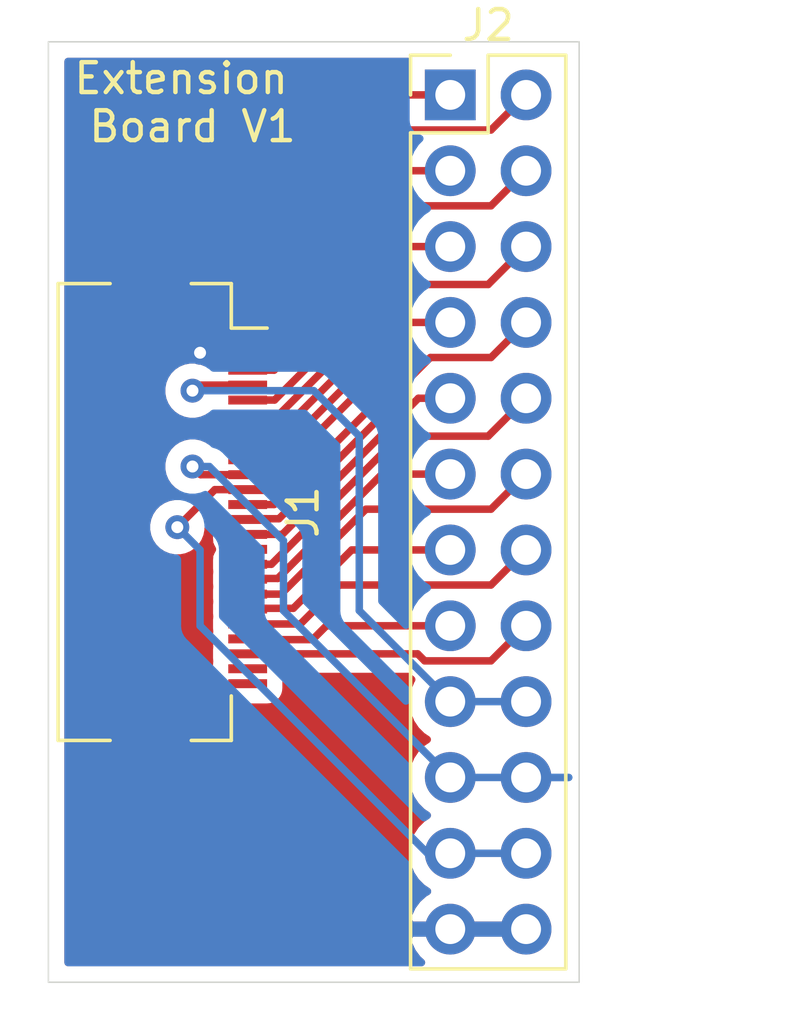
<source format=kicad_pcb>
(kicad_pcb (version 20171130) (host pcbnew 5.1.6)

  (general
    (thickness 1.6)
    (drawings 7)
    (tracks 111)
    (zones 0)
    (modules 2)
    (nets 24)
  )

  (page A4)
  (layers
    (0 F.Cu signal)
    (31 B.Cu signal)
    (32 B.Adhes user)
    (33 F.Adhes user)
    (34 B.Paste user)
    (35 F.Paste user)
    (36 B.SilkS user)
    (37 F.SilkS user)
    (38 B.Mask user)
    (39 F.Mask user)
    (40 Dwgs.User user)
    (41 Cmts.User user)
    (42 Eco1.User user)
    (43 Eco2.User user)
    (44 Edge.Cuts user)
    (45 Margin user)
    (46 B.CrtYd user)
    (47 F.CrtYd user)
    (48 B.Fab user)
    (49 F.Fab user)
  )

  (setup
    (last_trace_width 0.25)
    (trace_clearance 0.2)
    (zone_clearance 0.508)
    (zone_45_only no)
    (trace_min 0.2)
    (via_size 0.8)
    (via_drill 0.4)
    (via_min_size 0.4)
    (via_min_drill 0.3)
    (uvia_size 0.3)
    (uvia_drill 0.1)
    (uvias_allowed no)
    (uvia_min_size 0.2)
    (uvia_min_drill 0.1)
    (edge_width 0.05)
    (segment_width 0.2)
    (pcb_text_width 0.3)
    (pcb_text_size 1.5 1.5)
    (mod_edge_width 0.12)
    (mod_text_size 1 1)
    (mod_text_width 0.15)
    (pad_size 1.524 1.524)
    (pad_drill 0.762)
    (pad_to_mask_clearance 0.05)
    (aux_axis_origin 0 0)
    (visible_elements FFFFFF7F)
    (pcbplotparams
      (layerselection 0x010fc_ffffffff)
      (usegerberextensions false)
      (usegerberattributes true)
      (usegerberadvancedattributes true)
      (creategerberjobfile true)
      (excludeedgelayer true)
      (linewidth 0.100000)
      (plotframeref false)
      (viasonmask false)
      (mode 1)
      (useauxorigin false)
      (hpglpennumber 1)
      (hpglpenspeed 20)
      (hpglpendiameter 15.000000)
      (psnegative false)
      (psa4output false)
      (plotreference true)
      (plotvalue true)
      (plotinvisibletext false)
      (padsonsilk false)
      (subtractmaskfromsilk false)
      (outputformat 1)
      (mirror false)
      (drillshape 1)
      (scaleselection 1)
      (outputdirectory ""))
  )

  (net 0 "")
  (net 1 /IO16)
  (net 2 /IO15)
  (net 3 /IO14)
  (net 4 /IO13)
  (net 5 /IO12)
  (net 6 /IO11)
  (net 7 /IO10)
  (net 8 /IO9)
  (net 9 /IO8)
  (net 10 /IO7)
  (net 11 /IO6)
  (net 12 /IO5)
  (net 13 /IO4)
  (net 14 /IO3)
  (net 15 /IO2)
  (net 16 /IO1)
  (net 17 "Net-(J1-Pad24)")
  (net 18 "Net-(J1-Pad23)")
  (net 19 GND)
  (net 20 +3V3)
  (net 21 +1V2)
  (net 22 +2V8)
  (net 23 "Net-(J1-Pad1)")

  (net_class Default "This is the default net class."
    (clearance 0.2)
    (trace_width 0.25)
    (via_dia 0.8)
    (via_drill 0.4)
    (uvia_dia 0.3)
    (uvia_drill 0.1)
    (add_net +1V2)
    (add_net +2V8)
    (add_net +3V3)
    (add_net /IO1)
    (add_net /IO10)
    (add_net /IO11)
    (add_net /IO12)
    (add_net /IO13)
    (add_net /IO14)
    (add_net /IO15)
    (add_net /IO16)
    (add_net /IO2)
    (add_net /IO3)
    (add_net /IO4)
    (add_net /IO5)
    (add_net /IO6)
    (add_net /IO7)
    (add_net /IO8)
    (add_net /IO9)
    (add_net GND)
    (add_net "Net-(J1-Pad1)")
    (add_net "Net-(J1-Pad23)")
    (add_net "Net-(J1-Pad24)")
  )

  (module Connector_PinHeader_2.54mm:PinHeader_2x12_P2.54mm_Vertical (layer F.Cu) (tedit 59FED5CC) (tstamp 5FA0A95E)
    (at 132.842 32.258)
    (descr "Through hole straight pin header, 2x12, 2.54mm pitch, double rows")
    (tags "Through hole pin header THT 2x12 2.54mm double row")
    (path /5FA07497)
    (fp_text reference J2 (at 1.27 -2.33) (layer F.SilkS)
      (effects (font (size 1 1) (thickness 0.15)))
    )
    (fp_text value Conn_02x12_Odd_Even (at 1.27 30.27) (layer F.Fab)
      (effects (font (size 1 1) (thickness 0.15)))
    )
    (fp_text user %R (at 1.27 13.97 90) (layer F.Fab)
      (effects (font (size 1 1) (thickness 0.15)))
    )
    (fp_line (start 0 -1.27) (end 3.81 -1.27) (layer F.Fab) (width 0.1))
    (fp_line (start 3.81 -1.27) (end 3.81 29.21) (layer F.Fab) (width 0.1))
    (fp_line (start 3.81 29.21) (end -1.27 29.21) (layer F.Fab) (width 0.1))
    (fp_line (start -1.27 29.21) (end -1.27 0) (layer F.Fab) (width 0.1))
    (fp_line (start -1.27 0) (end 0 -1.27) (layer F.Fab) (width 0.1))
    (fp_line (start -1.33 29.27) (end 3.87 29.27) (layer F.SilkS) (width 0.12))
    (fp_line (start -1.33 1.27) (end -1.33 29.27) (layer F.SilkS) (width 0.12))
    (fp_line (start 3.87 -1.33) (end 3.87 29.27) (layer F.SilkS) (width 0.12))
    (fp_line (start -1.33 1.27) (end 1.27 1.27) (layer F.SilkS) (width 0.12))
    (fp_line (start 1.27 1.27) (end 1.27 -1.33) (layer F.SilkS) (width 0.12))
    (fp_line (start 1.27 -1.33) (end 3.87 -1.33) (layer F.SilkS) (width 0.12))
    (fp_line (start -1.33 0) (end -1.33 -1.33) (layer F.SilkS) (width 0.12))
    (fp_line (start -1.33 -1.33) (end 0 -1.33) (layer F.SilkS) (width 0.12))
    (fp_line (start -1.8 -1.8) (end -1.8 29.75) (layer F.CrtYd) (width 0.05))
    (fp_line (start -1.8 29.75) (end 4.35 29.75) (layer F.CrtYd) (width 0.05))
    (fp_line (start 4.35 29.75) (end 4.35 -1.8) (layer F.CrtYd) (width 0.05))
    (fp_line (start 4.35 -1.8) (end -1.8 -1.8) (layer F.CrtYd) (width 0.05))
    (pad 24 thru_hole oval (at 2.54 27.94) (size 1.7 1.7) (drill 1) (layers *.Cu *.Mask)
      (net 19 GND))
    (pad 23 thru_hole oval (at 0 27.94) (size 1.7 1.7) (drill 1) (layers *.Cu *.Mask)
      (net 19 GND))
    (pad 22 thru_hole oval (at 2.54 25.4) (size 1.7 1.7) (drill 1) (layers *.Cu *.Mask)
      (net 20 +3V3))
    (pad 21 thru_hole oval (at 0 25.4) (size 1.7 1.7) (drill 1) (layers *.Cu *.Mask)
      (net 20 +3V3))
    (pad 20 thru_hole oval (at 2.54 22.86) (size 1.7 1.7) (drill 1) (layers *.Cu *.Mask)
      (net 21 +1V2))
    (pad 19 thru_hole oval (at 0 22.86) (size 1.7 1.7) (drill 1) (layers *.Cu *.Mask)
      (net 21 +1V2))
    (pad 18 thru_hole oval (at 2.54 20.32) (size 1.7 1.7) (drill 1) (layers *.Cu *.Mask)
      (net 22 +2V8))
    (pad 17 thru_hole oval (at 0 20.32) (size 1.7 1.7) (drill 1) (layers *.Cu *.Mask)
      (net 22 +2V8))
    (pad 16 thru_hole oval (at 2.54 17.78) (size 1.7 1.7) (drill 1) (layers *.Cu *.Mask)
      (net 1 /IO16))
    (pad 15 thru_hole oval (at 0 17.78) (size 1.7 1.7) (drill 1) (layers *.Cu *.Mask)
      (net 2 /IO15))
    (pad 14 thru_hole oval (at 2.54 15.24) (size 1.7 1.7) (drill 1) (layers *.Cu *.Mask)
      (net 3 /IO14))
    (pad 13 thru_hole oval (at 0 15.24) (size 1.7 1.7) (drill 1) (layers *.Cu *.Mask)
      (net 4 /IO13))
    (pad 12 thru_hole oval (at 2.54 12.7) (size 1.7 1.7) (drill 1) (layers *.Cu *.Mask)
      (net 5 /IO12))
    (pad 11 thru_hole oval (at 0 12.7) (size 1.7 1.7) (drill 1) (layers *.Cu *.Mask)
      (net 6 /IO11))
    (pad 10 thru_hole oval (at 2.54 10.16) (size 1.7 1.7) (drill 1) (layers *.Cu *.Mask)
      (net 7 /IO10))
    (pad 9 thru_hole oval (at 0 10.16) (size 1.7 1.7) (drill 1) (layers *.Cu *.Mask)
      (net 8 /IO9))
    (pad 8 thru_hole oval (at 2.54 7.62) (size 1.7 1.7) (drill 1) (layers *.Cu *.Mask)
      (net 9 /IO8))
    (pad 7 thru_hole oval (at 0 7.62) (size 1.7 1.7) (drill 1) (layers *.Cu *.Mask)
      (net 10 /IO7))
    (pad 6 thru_hole oval (at 2.54 5.08) (size 1.7 1.7) (drill 1) (layers *.Cu *.Mask)
      (net 11 /IO6))
    (pad 5 thru_hole oval (at 0 5.08) (size 1.7 1.7) (drill 1) (layers *.Cu *.Mask)
      (net 12 /IO5))
    (pad 4 thru_hole oval (at 2.54 2.54) (size 1.7 1.7) (drill 1) (layers *.Cu *.Mask)
      (net 13 /IO4))
    (pad 3 thru_hole oval (at 0 2.54) (size 1.7 1.7) (drill 1) (layers *.Cu *.Mask)
      (net 14 /IO3))
    (pad 2 thru_hole oval (at 2.54 0) (size 1.7 1.7) (drill 1) (layers *.Cu *.Mask)
      (net 15 /IO2))
    (pad 1 thru_hole rect (at 0 0) (size 1.7 1.7) (drill 1) (layers *.Cu *.Mask)
      (net 16 /IO1))
    (model ${KISYS3DMOD}/Connector_PinHeader_2.54mm.3dshapes/PinHeader_2x12_P2.54mm_Vertical.wrl
      (at (xyz 0 0 0))
      (scale (xyz 1 1 1))
      (rotate (xyz 0 0 0))
    )
  )

  (module Connector_FFC-FPC:Hirose_FH12-24S-0.5SH_1x24-1MP_P0.50mm_Horizontal (layer F.Cu) (tedit 5D24667B) (tstamp 5FA0A930)
    (at 124.206 46.228 270)
    (descr "Hirose FH12, FFC/FPC connector, FH12-24S-0.5SH, 24 Pins per row (https://www.hirose.com/product/en/products/FH12/FH12-24S-0.5SH(55)/), generated with kicad-footprint-generator")
    (tags "connector Hirose FH12 horizontal")
    (path /5FA04C54)
    (attr smd)
    (fp_text reference J1 (at 0 -3.7 90) (layer F.SilkS)
      (effects (font (size 1 1) (thickness 0.15)))
    )
    (fp_text value FPC (at 0 5.6 90) (layer F.Fab)
      (effects (font (size 1 1) (thickness 0.15)))
    )
    (fp_text user %R (at 0 3.7 90) (layer F.Fab)
      (effects (font (size 1 1) (thickness 0.15)))
    )
    (fp_line (start 0 -1.2) (end -7.55 -1.2) (layer F.Fab) (width 0.1))
    (fp_line (start -7.55 -1.2) (end -7.55 3.4) (layer F.Fab) (width 0.1))
    (fp_line (start -7.55 3.4) (end -6.95 3.4) (layer F.Fab) (width 0.1))
    (fp_line (start -6.95 3.4) (end -6.95 3.7) (layer F.Fab) (width 0.1))
    (fp_line (start -6.95 3.7) (end -7.45 3.7) (layer F.Fab) (width 0.1))
    (fp_line (start -7.45 3.7) (end -7.45 4.4) (layer F.Fab) (width 0.1))
    (fp_line (start -7.45 4.4) (end 0 4.4) (layer F.Fab) (width 0.1))
    (fp_line (start 0 -1.2) (end 7.55 -1.2) (layer F.Fab) (width 0.1))
    (fp_line (start 7.55 -1.2) (end 7.55 3.4) (layer F.Fab) (width 0.1))
    (fp_line (start 7.55 3.4) (end 6.95 3.4) (layer F.Fab) (width 0.1))
    (fp_line (start 6.95 3.4) (end 6.95 3.7) (layer F.Fab) (width 0.1))
    (fp_line (start 6.95 3.7) (end 7.45 3.7) (layer F.Fab) (width 0.1))
    (fp_line (start 7.45 3.7) (end 7.45 4.4) (layer F.Fab) (width 0.1))
    (fp_line (start 7.45 4.4) (end 0 4.4) (layer F.Fab) (width 0.1))
    (fp_line (start -6.16 -1.3) (end -7.65 -1.3) (layer F.SilkS) (width 0.12))
    (fp_line (start -7.65 -1.3) (end -7.65 0.04) (layer F.SilkS) (width 0.12))
    (fp_line (start 6.16 -1.3) (end 7.65 -1.3) (layer F.SilkS) (width 0.12))
    (fp_line (start 7.65 -1.3) (end 7.65 0.04) (layer F.SilkS) (width 0.12))
    (fp_line (start -7.65 2.76) (end -7.65 4.5) (layer F.SilkS) (width 0.12))
    (fp_line (start -7.65 4.5) (end 7.65 4.5) (layer F.SilkS) (width 0.12))
    (fp_line (start 7.65 4.5) (end 7.65 2.76) (layer F.SilkS) (width 0.12))
    (fp_line (start -6.16 -1.3) (end -6.16 -2.5) (layer F.SilkS) (width 0.12))
    (fp_line (start -6.25 -1.2) (end -5.75 -0.492893) (layer F.Fab) (width 0.1))
    (fp_line (start -5.75 -0.492893) (end -5.25 -1.2) (layer F.Fab) (width 0.1))
    (fp_line (start -9.05 -3) (end -9.05 4.9) (layer F.CrtYd) (width 0.05))
    (fp_line (start -9.05 4.9) (end 9.05 4.9) (layer F.CrtYd) (width 0.05))
    (fp_line (start 9.05 4.9) (end 9.05 -3) (layer F.CrtYd) (width 0.05))
    (fp_line (start 9.05 -3) (end -9.05 -3) (layer F.CrtYd) (width 0.05))
    (pad 24 smd rect (at 5.75 -1.85 270) (size 0.3 1.3) (layers F.Cu F.Paste F.Mask)
      (net 17 "Net-(J1-Pad24)"))
    (pad 23 smd rect (at 5.25 -1.85 270) (size 0.3 1.3) (layers F.Cu F.Paste F.Mask)
      (net 18 "Net-(J1-Pad23)"))
    (pad 22 smd rect (at 4.75 -1.85 270) (size 0.3 1.3) (layers F.Cu F.Paste F.Mask)
      (net 1 /IO16))
    (pad 21 smd rect (at 4.25 -1.85 270) (size 0.3 1.3) (layers F.Cu F.Paste F.Mask)
      (net 2 /IO15))
    (pad 20 smd rect (at 3.75 -1.85 270) (size 0.3 1.3) (layers F.Cu F.Paste F.Mask)
      (net 3 /IO14))
    (pad 19 smd rect (at 3.25 -1.85 270) (size 0.3 1.3) (layers F.Cu F.Paste F.Mask)
      (net 4 /IO13))
    (pad 18 smd rect (at 2.75 -1.85 270) (size 0.3 1.3) (layers F.Cu F.Paste F.Mask)
      (net 5 /IO12))
    (pad 17 smd rect (at 2.25 -1.85 270) (size 0.3 1.3) (layers F.Cu F.Paste F.Mask)
      (net 6 /IO11))
    (pad 16 smd rect (at 1.75 -1.85 270) (size 0.3 1.3) (layers F.Cu F.Paste F.Mask)
      (net 7 /IO10))
    (pad 15 smd rect (at 1.25 -1.85 270) (size 0.3 1.3) (layers F.Cu F.Paste F.Mask)
      (net 19 GND))
    (pad 14 smd rect (at 0.75 -1.85 270) (size 0.3 1.3) (layers F.Cu F.Paste F.Mask)
      (net 8 /IO9))
    (pad 13 smd rect (at 0.25 -1.85 270) (size 0.3 1.3) (layers F.Cu F.Paste F.Mask)
      (net 9 /IO8))
    (pad 12 smd rect (at -0.25 -1.85 270) (size 0.3 1.3) (layers F.Cu F.Paste F.Mask)
      (net 10 /IO7))
    (pad 11 smd rect (at -0.75 -1.85 270) (size 0.3 1.3) (layers F.Cu F.Paste F.Mask)
      (net 20 +3V3))
    (pad 10 smd rect (at -1.25 -1.85 270) (size 0.3 1.3) (layers F.Cu F.Paste F.Mask)
      (net 21 +1V2))
    (pad 9 smd rect (at -1.75 -1.85 270) (size 0.3 1.3) (layers F.Cu F.Paste F.Mask)
      (net 11 /IO6))
    (pad 8 smd rect (at -2.25 -1.85 270) (size 0.3 1.3) (layers F.Cu F.Paste F.Mask)
      (net 12 /IO5))
    (pad 7 smd rect (at -2.75 -1.85 270) (size 0.3 1.3) (layers F.Cu F.Paste F.Mask)
      (net 13 /IO4))
    (pad 6 smd rect (at -3.25 -1.85 270) (size 0.3 1.3) (layers F.Cu F.Paste F.Mask)
      (net 14 /IO3))
    (pad 5 smd rect (at -3.75 -1.85 270) (size 0.3 1.3) (layers F.Cu F.Paste F.Mask)
      (net 15 /IO2))
    (pad 4 smd rect (at -4.25 -1.85 270) (size 0.3 1.3) (layers F.Cu F.Paste F.Mask)
      (net 22 +2V8))
    (pad 3 smd rect (at -4.75 -1.85 270) (size 0.3 1.3) (layers F.Cu F.Paste F.Mask)
      (net 16 /IO1))
    (pad 2 smd rect (at -5.25 -1.85 270) (size 0.3 1.3) (layers F.Cu F.Paste F.Mask)
      (net 19 GND))
    (pad 1 smd rect (at -5.75 -1.85 270) (size 0.3 1.3) (layers F.Cu F.Paste F.Mask)
      (net 23 "Net-(J1-Pad1)"))
    (pad MP smd rect (at -7.65 1.4 270) (size 1.8 2.2) (layers F.Cu F.Paste F.Mask))
    (pad MP smd rect (at 7.65 1.4 270) (size 1.8 2.2) (layers F.Cu F.Paste F.Mask))
    (model ${KISYS3DMOD}/Connector_FFC-FPC.3dshapes/Hirose_FH12-24S-0.5SH_1x24-1MP_P0.50mm_Horizontal.wrl
      (at (xyz 0 0 0))
      (scale (xyz 1 1 1))
      (rotate (xyz 0 0 0))
    )
  )

  (gr_text "Extension \nBoard V1" (at 124.206 32.512) (layer F.SilkS)
    (effects (font (size 1 1) (thickness 0.15)))
  )
  (gr_line (start 137.16 61.976) (end 137.16 30.48) (layer Edge.Cuts) (width 0.05) (tstamp 5FA0AC50))
  (gr_line (start 119.38 61.976) (end 137.16 61.976) (layer Edge.Cuts) (width 0.05))
  (gr_line (start 119.38 30.48) (end 119.38 61.976) (layer Edge.Cuts) (width 0.05))
  (gr_line (start 137.16 30.48) (end 119.38 30.48) (layer Edge.Cuts) (width 0.05))
  (dimension 15.770015 (width 0.15) (layer Dwgs.User)
    (gr_text "15,770 mm" (at 127.465943 38.348005 270.0799306) (layer Dwgs.User)
      (effects (font (size 1 1) (thickness 0.15)))
    )
    (feature1 (pts (xy 131.064 46.228) (xy 128.190522 46.232009)))
    (feature2 (pts (xy 131.042 30.458) (xy 128.168522 30.462009)))
    (crossbar (pts (xy 128.754942 30.461191) (xy 128.776942 46.231191)))
    (arrow1a (pts (xy 128.776942 46.231191) (xy 128.18895 45.105506)))
    (arrow1b (pts (xy 128.776942 46.231191) (xy 129.361791 45.10387)))
    (arrow2a (pts (xy 128.754942 30.461191) (xy 128.170093 31.588512)))
    (arrow2b (pts (xy 128.754942 30.461191) (xy 129.342934 31.586876)))
  )
  (dimension 31.55 (width 0.15) (layer Dwgs.User)
    (gr_text "31,550 mm" (at 142.778 46.233 270) (layer Dwgs.User)
      (effects (font (size 1 1) (thickness 0.15)))
    )
    (feature1 (pts (xy 137.192 62.008) (xy 142.064421 62.008)))
    (feature2 (pts (xy 137.192 30.458) (xy 142.064421 30.458)))
    (crossbar (pts (xy 141.478 30.458) (xy 141.478 62.008)))
    (arrow1a (pts (xy 141.478 62.008) (xy 140.891579 60.881496)))
    (arrow1b (pts (xy 141.478 62.008) (xy 142.064421 60.881496)))
    (arrow2a (pts (xy 141.478 30.458) (xy 140.891579 31.584504)))
    (arrow2b (pts (xy 141.478 30.458) (xy 142.064421 31.584504)))
  )

  (segment (start 126.056 50.978) (end 131.75 50.978) (width 0.25) (layer F.Cu) (net 1))
  (segment (start 134.206999 51.213001) (end 135.382 50.038) (width 0.25) (layer F.Cu) (net 1))
  (segment (start 131.985001 51.213001) (end 134.206999 51.213001) (width 0.25) (layer F.Cu) (net 1))
  (segment (start 131.75 50.978) (end 131.985001 51.213001) (width 0.25) (layer F.Cu) (net 1))
  (segment (start 128.691998 50.038) (end 132.842 50.038) (width 0.25) (layer F.Cu) (net 2))
  (segment (start 128.226999 50.502999) (end 128.691998 50.038) (width 0.25) (layer F.Cu) (net 2))
  (segment (start 126.194999 50.502999) (end 128.226999 50.502999) (width 0.25) (layer F.Cu) (net 2))
  (segment (start 126.17 50.478) (end 126.194999 50.502999) (width 0.25) (layer F.Cu) (net 2))
  (segment (start 126.056 50.478) (end 126.17 50.478) (width 0.25) (layer F.Cu) (net 2))
  (segment (start 126.056 49.978) (end 127.822 49.978) (width 0.25) (layer F.Cu) (net 3))
  (segment (start 134.206999 48.673001) (end 135.382 47.498) (width 0.25) (layer F.Cu) (net 3))
  (segment (start 129.126999 48.673001) (end 134.206999 48.673001) (width 0.25) (layer F.Cu) (net 3))
  (segment (start 127.822 49.978) (end 129.126999 48.673001) (width 0.25) (layer F.Cu) (net 3))
  (segment (start 126.464999 49.453001) (end 127.584999 49.453001) (width 0.25) (layer F.Cu) (net 4))
  (segment (start 126.44 49.478) (end 126.464999 49.453001) (width 0.25) (layer F.Cu) (net 4))
  (segment (start 126.056 49.478) (end 126.44 49.478) (width 0.25) (layer F.Cu) (net 4))
  (segment (start 129.54 47.498) (end 132.842 47.498) (width 0.25) (layer F.Cu) (net 4))
  (segment (start 127.584999 49.453001) (end 129.54 47.498) (width 0.25) (layer F.Cu) (net 4))
  (segment (start 134.206999 46.133001) (end 130.017409 46.133001) (width 0.25) (layer F.Cu) (net 5))
  (segment (start 135.382 44.958) (end 134.206999 46.133001) (width 0.25) (layer F.Cu) (net 5))
  (segment (start 127.17241 48.978) (end 126.056 48.978) (width 0.25) (layer F.Cu) (net 5))
  (segment (start 130.017409 46.133001) (end 127.17241 48.978) (width 0.25) (layer F.Cu) (net 5))
  (segment (start 126.226999 48.453001) (end 127.060999 48.453001) (width 0.25) (layer F.Cu) (net 6))
  (segment (start 126.202 48.478) (end 126.226999 48.453001) (width 0.25) (layer F.Cu) (net 6))
  (segment (start 126.056 48.478) (end 126.202 48.478) (width 0.25) (layer F.Cu) (net 6))
  (segment (start 130.556 44.958) (end 132.842 44.958) (width 0.25) (layer F.Cu) (net 6))
  (segment (start 127.060999 48.453001) (end 130.556 44.958) (width 0.25) (layer F.Cu) (net 6))
  (segment (start 126.056 47.978) (end 126.850232 47.978) (width 0.25) (layer F.Cu) (net 7))
  (segment (start 126.850232 47.978) (end 131.140232 43.688) (width 0.25) (layer F.Cu) (net 7))
  (segment (start 134.112 43.688) (end 135.382 42.418) (width 0.25) (layer F.Cu) (net 7))
  (segment (start 131.140232 43.688) (end 134.112 43.688) (width 0.25) (layer F.Cu) (net 7))
  (segment (start 126.056 46.978) (end 127.213822 46.978) (width 0.25) (layer F.Cu) (net 8))
  (segment (start 131.773822 42.418) (end 132.842 42.418) (width 0.25) (layer F.Cu) (net 8))
  (segment (start 127.213822 46.978) (end 131.773822 42.418) (width 0.25) (layer F.Cu) (net 8))
  (segment (start 126.520999 46.453001) (end 127.102411 46.453001) (width 0.25) (layer F.Cu) (net 9))
  (segment (start 126.496 46.478) (end 126.520999 46.453001) (width 0.25) (layer F.Cu) (net 9))
  (segment (start 126.056 46.478) (end 126.496 46.478) (width 0.25) (layer F.Cu) (net 9))
  (segment (start 127.102411 46.453001) (end 131.318 42.237412) (width 0.25) (layer F.Cu) (net 9))
  (segment (start 131.318 42.237412) (end 131.318 41.91) (width 0.25) (layer F.Cu) (net 9))
  (segment (start 134.206999 41.053001) (end 135.382 39.878) (width 0.25) (layer F.Cu) (net 9))
  (segment (start 132.174999 41.053001) (end 134.206999 41.053001) (width 0.25) (layer F.Cu) (net 9))
  (segment (start 131.318 41.91) (end 132.174999 41.053001) (width 0.25) (layer F.Cu) (net 9))
  (segment (start 132.842 39.878) (end 131.318 39.878) (width 0.25) (layer F.Cu) (net 10))
  (segment (start 126.941002 45.978) (end 126.056 45.978) (width 0.25) (layer F.Cu) (net 10))
  (segment (start 130.774046 42.144956) (end 126.941002 45.978) (width 0.25) (layer F.Cu) (net 10))
  (segment (start 130.774046 40.421954) (end 130.774046 42.144956) (width 0.25) (layer F.Cu) (net 10))
  (segment (start 131.318 39.878) (end 130.774046 40.421954) (width 0.25) (layer F.Cu) (net 10))
  (segment (start 127.501637 44.478) (end 130.324037 41.655601) (width 0.25) (layer F.Cu) (net 11))
  (segment (start 126.056 44.478) (end 127.501637 44.478) (width 0.25) (layer F.Cu) (net 11))
  (segment (start 130.324037 41.655601) (end 130.324037 39.347963) (width 0.25) (layer F.Cu) (net 11))
  (segment (start 130.324037 39.347963) (end 131.064 38.608) (width 0.25) (layer F.Cu) (net 11))
  (segment (start 134.112 38.608) (end 135.382 37.338) (width 0.25) (layer F.Cu) (net 11))
  (segment (start 131.064 38.608) (end 134.112 38.608) (width 0.25) (layer F.Cu) (net 11))
  (segment (start 127.36523 43.978) (end 129.874027 41.469201) (width 0.25) (layer F.Cu) (net 12))
  (segment (start 126.056 43.978) (end 127.36523 43.978) (width 0.25) (layer F.Cu) (net 12))
  (segment (start 130.716054 37.338) (end 129.874027 38.180027) (width 0.25) (layer F.Cu) (net 12))
  (segment (start 132.842 37.338) (end 130.716054 37.338) (width 0.25) (layer F.Cu) (net 12))
  (segment (start 129.874027 41.469201) (end 129.874027 38.180027) (width 0.25) (layer F.Cu) (net 12))
  (segment (start 127.22882 43.478) (end 126.056 43.478) (width 0.25) (layer F.Cu) (net 13))
  (segment (start 134.206999 35.973001) (end 130.419037 35.973001) (width 0.25) (layer F.Cu) (net 13))
  (segment (start 129.424018 41.282802) (end 127.22882 43.478) (width 0.25) (layer F.Cu) (net 13))
  (segment (start 129.424019 36.968019) (end 129.424018 41.282802) (width 0.25) (layer F.Cu) (net 13))
  (segment (start 130.419037 35.973001) (end 129.424019 36.968019) (width 0.25) (layer F.Cu) (net 13))
  (segment (start 135.382 34.798) (end 134.206999 35.973001) (width 0.25) (layer F.Cu) (net 13))
  (segment (start 132.08 34.798) (end 132.842 34.798) (width 0.25) (layer F.Cu) (net 14) (status 30))
  (segment (start 132.842 34.798) (end 130.556 34.798) (width 0.25) (layer F.Cu) (net 14))
  (segment (start 130.556 34.798) (end 128.97401 36.37999) (width 0.25) (layer F.Cu) (net 14))
  (segment (start 127.09241 42.978) (end 126.056 42.978) (width 0.25) (layer F.Cu) (net 14))
  (segment (start 128.974009 41.096401) (end 127.09241 42.978) (width 0.25) (layer F.Cu) (net 14))
  (segment (start 128.97401 36.37999) (end 128.974009 41.096401) (width 0.25) (layer F.Cu) (net 14))
  (segment (start 126.956 42.478) (end 128.524 40.91) (width 0.25) (layer F.Cu) (net 15))
  (segment (start 126.056 42.478) (end 126.956 42.478) (width 0.25) (layer F.Cu) (net 15))
  (segment (start 128.524 40.91) (end 128.524 36.068) (width 0.25) (layer F.Cu) (net 15))
  (segment (start 131.158999 33.433001) (end 134.206999 33.433001) (width 0.25) (layer F.Cu) (net 15))
  (segment (start 134.206999 33.433001) (end 135.382 32.258) (width 0.25) (layer F.Cu) (net 15))
  (segment (start 128.524 36.068) (end 131.158999 33.433001) (width 0.25) (layer F.Cu) (net 15))
  (segment (start 126.941002 41.478) (end 128.016 40.403002) (width 0.25) (layer F.Cu) (net 16))
  (segment (start 126.056 41.478) (end 126.941002 41.478) (width 0.25) (layer F.Cu) (net 16))
  (segment (start 132.842 32.258) (end 131.318 32.258) (width 0.25) (layer F.Cu) (net 16))
  (segment (start 131.318 32.258) (end 128.016 35.56) (width 0.25) (layer F.Cu) (net 16))
  (segment (start 128.016 40.403002) (end 128.016 35.56) (width 0.25) (layer F.Cu) (net 16))
  (via (at 124.46 40.894) (size 0.8) (drill 0.4) (layers F.Cu B.Cu) (net 19))
  (segment (start 124.544 40.978) (end 124.46 40.894) (width 0.25) (layer F.Cu) (net 19))
  (segment (start 126.056 40.978) (end 124.544 40.978) (width 0.25) (layer F.Cu) (net 19))
  (segment (start 126.044 45.466) (end 126.056 45.478) (width 0.25) (layer F.Cu) (net 20))
  (segment (start 135.382 57.658) (end 132.842 57.658) (width 0.25) (layer B.Cu) (net 20))
  (segment (start 126.056 45.478) (end 124.956 45.478) (width 0.25) (layer F.Cu) (net 20))
  (segment (start 132.08 57.658) (end 132.842 57.658) (width 0.25) (layer B.Cu) (net 20))
  (segment (start 124.46 50.038) (end 132.08 57.658) (width 0.25) (layer B.Cu) (net 20))
  (via (at 123.698 46.736) (size 0.8) (drill 0.4) (layers F.Cu B.Cu) (net 20))
  (segment (start 124.956 45.478) (end 123.698 46.736) (width 0.25) (layer F.Cu) (net 20))
  (segment (start 124.46 47.498) (end 124.46 50.038) (width 0.25) (layer B.Cu) (net 20))
  (segment (start 123.698 46.736) (end 124.46 47.498) (width 0.25) (layer B.Cu) (net 20))
  (via (at 124.206 44.704) (size 0.8) (drill 0.4) (layers F.Cu B.Cu) (net 21))
  (segment (start 124.48 44.978) (end 124.206 44.704) (width 0.25) (layer F.Cu) (net 21))
  (segment (start 126.056 44.978) (end 124.48 44.978) (width 0.25) (layer F.Cu) (net 21))
  (segment (start 128.778 51.054) (end 132.842 55.118) (width 0.25) (layer B.Cu) (net 21))
  (segment (start 136.80999 55.118) (end 135.382 55.118) (width 0.25) (layer B.Cu) (net 21))
  (segment (start 132.842 55.118) (end 136.80999 55.118) (width 0.25) (layer B.Cu) (net 21))
  (segment (start 124.771685 44.704) (end 127.254 47.186315) (width 0.25) (layer B.Cu) (net 21))
  (segment (start 124.206 44.704) (end 124.771685 44.704) (width 0.25) (layer B.Cu) (net 21))
  (segment (start 127.254 49.53) (end 128.778 51.054) (width 0.25) (layer B.Cu) (net 21))
  (segment (start 127.254 47.186315) (end 127.254 49.53) (width 0.25) (layer B.Cu) (net 21))
  (segment (start 135.382 52.578) (end 132.842 52.578) (width 0.25) (layer B.Cu) (net 22))
  (via (at 124.206 42.164) (size 0.8) (drill 0.4) (layers F.Cu B.Cu) (net 22))
  (segment (start 124.392 41.978) (end 126.056 41.978) (width 0.25) (layer F.Cu) (net 22))
  (segment (start 124.206 42.164) (end 124.392 41.978) (width 0.25) (layer F.Cu) (net 22))
  (segment (start 129.794 49.53) (end 132.842 52.578) (width 0.25) (layer B.Cu) (net 22))
  (segment (start 128.27 42.164) (end 129.794 43.688) (width 0.25) (layer B.Cu) (net 22))
  (segment (start 129.794 43.688) (end 129.794 49.53) (width 0.25) (layer B.Cu) (net 22))
  (segment (start 124.206 42.164) (end 128.27 42.164) (width 0.25) (layer B.Cu) (net 22))

  (zone (net 19) (net_name GND) (layer F.Cu) (tstamp 0) (hatch edge 0.508)
    (connect_pads (clearance 0.508))
    (min_thickness 0.254)
    (fill yes (arc_segments 32) (thermal_gap 0.508) (thermal_bridge_width 0.508))
    (polygon
      (pts
        (xy 137.16 61.976) (xy 119.38 61.976) (xy 119.38 30.48) (xy 137.16 30.48)
      )
    )
    (filled_polygon
      (pts
        (xy 131.402498 31.16382) (xy 131.366188 31.283518) (xy 131.353928 31.408) (xy 131.353928 31.497863) (xy 131.317999 31.494324)
        (xy 131.280676 31.498) (xy 131.280667 31.498) (xy 131.169014 31.508997) (xy 131.025753 31.552454) (xy 130.893724 31.623026)
        (xy 130.777999 31.717999) (xy 130.754201 31.746997) (xy 127.504998 34.996201) (xy 127.476 35.019999) (xy 127.452202 35.048997)
        (xy 127.452201 35.048998) (xy 127.381026 35.135724) (xy 127.310454 35.267754) (xy 127.266998 35.411015) (xy 127.252324 35.56)
        (xy 127.256001 35.597332) (xy 127.256 40.009918) (xy 127.236537 39.973506) (xy 127.157185 39.876815) (xy 127.060494 39.797463)
        (xy 126.95018 39.738498) (xy 126.830482 39.702188) (xy 126.706 39.689928) (xy 125.406 39.689928) (xy 125.281518 39.702188)
        (xy 125.16182 39.738498) (xy 125.051506 39.797463) (xy 124.954815 39.876815) (xy 124.875463 39.973506) (xy 124.816498 40.08382)
        (xy 124.780188 40.203518) (xy 124.767928 40.328) (xy 124.767928 40.628) (xy 124.778118 40.731465) (xy 124.771 40.79625)
        (xy 124.803247 40.828497) (xy 124.816498 40.87218) (xy 124.873061 40.978) (xy 124.816498 41.08382) (xy 124.803247 41.127503)
        (xy 124.771 41.15975) (xy 124.7774 41.218) (xy 124.626739 41.218) (xy 124.507898 41.168774) (xy 124.307939 41.129)
        (xy 124.104061 41.129) (xy 123.904102 41.168774) (xy 123.715744 41.246795) (xy 123.546226 41.360063) (xy 123.402063 41.504226)
        (xy 123.288795 41.673744) (xy 123.210774 41.862102) (xy 123.171 42.062061) (xy 123.171 42.265939) (xy 123.210774 42.465898)
        (xy 123.288795 42.654256) (xy 123.402063 42.823774) (xy 123.546226 42.967937) (xy 123.715744 43.081205) (xy 123.904102 43.159226)
        (xy 124.104061 43.199) (xy 124.307939 43.199) (xy 124.507898 43.159226) (xy 124.696256 43.081205) (xy 124.767928 43.033315)
        (xy 124.767928 43.128) (xy 124.777777 43.228) (xy 124.767928 43.328) (xy 124.767928 43.628) (xy 124.777777 43.728)
        (xy 124.767928 43.828) (xy 124.767928 43.834685) (xy 124.696256 43.786795) (xy 124.507898 43.708774) (xy 124.307939 43.669)
        (xy 124.104061 43.669) (xy 123.904102 43.708774) (xy 123.715744 43.786795) (xy 123.546226 43.900063) (xy 123.402063 44.044226)
        (xy 123.288795 44.213744) (xy 123.210774 44.402102) (xy 123.171 44.602061) (xy 123.171 44.805939) (xy 123.210774 45.005898)
        (xy 123.288795 45.194256) (xy 123.402063 45.363774) (xy 123.546226 45.507937) (xy 123.715744 45.621205) (xy 123.731477 45.627722)
        (xy 123.658199 45.701) (xy 123.596061 45.701) (xy 123.396102 45.740774) (xy 123.207744 45.818795) (xy 123.038226 45.932063)
        (xy 122.894063 46.076226) (xy 122.780795 46.245744) (xy 122.702774 46.434102) (xy 122.663 46.634061) (xy 122.663 46.837939)
        (xy 122.702774 47.037898) (xy 122.780795 47.226256) (xy 122.894063 47.395774) (xy 123.038226 47.539937) (xy 123.207744 47.653205)
        (xy 123.396102 47.731226) (xy 123.596061 47.771) (xy 123.799939 47.771) (xy 123.999898 47.731226) (xy 124.188256 47.653205)
        (xy 124.357774 47.539937) (xy 124.501937 47.395774) (xy 124.615205 47.226256) (xy 124.693226 47.037898) (xy 124.733 46.837939)
        (xy 124.733 46.775801) (xy 124.777446 46.731355) (xy 124.767928 46.828) (xy 124.767928 47.128) (xy 124.778118 47.231465)
        (xy 124.771 47.29625) (xy 124.803247 47.328497) (xy 124.816498 47.37218) (xy 124.873061 47.478) (xy 124.816498 47.58382)
        (xy 124.803247 47.627503) (xy 124.771 47.65975) (xy 124.778118 47.724535) (xy 124.767928 47.828) (xy 124.767928 48.128)
        (xy 124.777777 48.228) (xy 124.767928 48.328) (xy 124.767928 48.628) (xy 124.777777 48.728) (xy 124.767928 48.828)
        (xy 124.767928 49.128) (xy 124.777777 49.228) (xy 124.767928 49.328) (xy 124.767928 49.628) (xy 124.777777 49.728)
        (xy 124.767928 49.828) (xy 124.767928 50.128) (xy 124.777777 50.228) (xy 124.767928 50.328) (xy 124.767928 50.628)
        (xy 124.777777 50.728) (xy 124.767928 50.828) (xy 124.767928 51.128) (xy 124.777777 51.228) (xy 124.767928 51.328)
        (xy 124.767928 51.628) (xy 124.777777 51.728) (xy 124.767928 51.828) (xy 124.767928 52.128) (xy 124.780188 52.252482)
        (xy 124.816498 52.37218) (xy 124.875463 52.482494) (xy 124.954815 52.579185) (xy 125.051506 52.658537) (xy 125.16182 52.717502)
        (xy 125.281518 52.753812) (xy 125.406 52.766072) (xy 126.706 52.766072) (xy 126.830482 52.753812) (xy 126.95018 52.717502)
        (xy 127.060494 52.658537) (xy 127.157185 52.579185) (xy 127.236537 52.482494) (xy 127.295502 52.37218) (xy 127.331812 52.252482)
        (xy 127.344072 52.128) (xy 127.344072 51.828) (xy 127.335208 51.738) (xy 131.432688 51.738) (xy 131.445 51.753002)
        (xy 131.549789 51.839) (xy 131.52601 51.874589) (xy 131.414068 52.144842) (xy 131.357 52.43174) (xy 131.357 52.72426)
        (xy 131.414068 53.011158) (xy 131.52601 53.281411) (xy 131.688525 53.524632) (xy 131.895368 53.731475) (xy 132.06976 53.848)
        (xy 131.895368 53.964525) (xy 131.688525 54.171368) (xy 131.52601 54.414589) (xy 131.414068 54.684842) (xy 131.357 54.97174)
        (xy 131.357 55.26426) (xy 131.414068 55.551158) (xy 131.52601 55.821411) (xy 131.688525 56.064632) (xy 131.895368 56.271475)
        (xy 132.06976 56.388) (xy 131.895368 56.504525) (xy 131.688525 56.711368) (xy 131.52601 56.954589) (xy 131.414068 57.224842)
        (xy 131.357 57.51174) (xy 131.357 57.80426) (xy 131.414068 58.091158) (xy 131.52601 58.361411) (xy 131.688525 58.604632)
        (xy 131.895368 58.811475) (xy 132.077534 58.933195) (xy 131.960645 59.002822) (xy 131.744412 59.197731) (xy 131.570359 59.43108)
        (xy 131.445175 59.693901) (xy 131.400524 59.84111) (xy 131.521845 60.071) (xy 132.715 60.071) (xy 132.715 60.051)
        (xy 132.969 60.051) (xy 132.969 60.071) (xy 135.255 60.071) (xy 135.255 60.051) (xy 135.509 60.051)
        (xy 135.509 60.071) (xy 135.529 60.071) (xy 135.529 60.325) (xy 135.509 60.325) (xy 135.509 60.345)
        (xy 135.255 60.345) (xy 135.255 60.325) (xy 132.969 60.325) (xy 132.969 60.345) (xy 132.715 60.345)
        (xy 132.715 60.325) (xy 131.521845 60.325) (xy 131.400524 60.55489) (xy 131.445175 60.702099) (xy 131.570359 60.96492)
        (xy 131.744412 61.198269) (xy 131.875023 61.316) (xy 120.04 61.316) (xy 120.04 52.978) (xy 121.067928 52.978)
        (xy 121.067928 54.778) (xy 121.080188 54.902482) (xy 121.116498 55.02218) (xy 121.175463 55.132494) (xy 121.254815 55.229185)
        (xy 121.351506 55.308537) (xy 121.46182 55.367502) (xy 121.581518 55.403812) (xy 121.706 55.416072) (xy 123.906 55.416072)
        (xy 124.030482 55.403812) (xy 124.15018 55.367502) (xy 124.260494 55.308537) (xy 124.357185 55.229185) (xy 124.436537 55.132494)
        (xy 124.495502 55.02218) (xy 124.531812 54.902482) (xy 124.544072 54.778) (xy 124.544072 52.978) (xy 124.531812 52.853518)
        (xy 124.495502 52.73382) (xy 124.436537 52.623506) (xy 124.357185 52.526815) (xy 124.260494 52.447463) (xy 124.15018 52.388498)
        (xy 124.030482 52.352188) (xy 123.906 52.339928) (xy 121.706 52.339928) (xy 121.581518 52.352188) (xy 121.46182 52.388498)
        (xy 121.351506 52.447463) (xy 121.254815 52.526815) (xy 121.175463 52.623506) (xy 121.116498 52.73382) (xy 121.080188 52.853518)
        (xy 121.067928 52.978) (xy 120.04 52.978) (xy 120.04 37.678) (xy 121.067928 37.678) (xy 121.067928 39.478)
        (xy 121.080188 39.602482) (xy 121.116498 39.72218) (xy 121.175463 39.832494) (xy 121.254815 39.929185) (xy 121.351506 40.008537)
        (xy 121.46182 40.067502) (xy 121.581518 40.103812) (xy 121.706 40.116072) (xy 123.906 40.116072) (xy 124.030482 40.103812)
        (xy 124.15018 40.067502) (xy 124.260494 40.008537) (xy 124.357185 39.929185) (xy 124.436537 39.832494) (xy 124.495502 39.72218)
        (xy 124.531812 39.602482) (xy 124.544072 39.478) (xy 124.544072 37.678) (xy 124.531812 37.553518) (xy 124.495502 37.43382)
        (xy 124.436537 37.323506) (xy 124.357185 37.226815) (xy 124.260494 37.147463) (xy 124.15018 37.088498) (xy 124.030482 37.052188)
        (xy 123.906 37.039928) (xy 121.706 37.039928) (xy 121.581518 37.052188) (xy 121.46182 37.088498) (xy 121.351506 37.147463)
        (xy 121.254815 37.226815) (xy 121.175463 37.323506) (xy 121.116498 37.43382) (xy 121.080188 37.553518) (xy 121.067928 37.678)
        (xy 120.04 37.678) (xy 120.04 31.14) (xy 131.41523 31.14)
      )
    )
  )
  (zone (net 19) (net_name GND) (layer B.Cu) (tstamp 0) (hatch edge 0.508)
    (connect_pads (clearance 0.508))
    (min_thickness 0.254)
    (fill yes (arc_segments 32) (thermal_gap 0.508) (thermal_bridge_width 0.508))
    (polygon
      (pts
        (xy 137.16 61.976) (xy 119.38 61.976) (xy 119.38 30.48) (xy 137.16 30.48)
      )
    )
    (filled_polygon
      (pts
        (xy 131.402498 31.16382) (xy 131.366188 31.283518) (xy 131.353928 31.408) (xy 131.353928 33.108) (xy 131.366188 33.232482)
        (xy 131.402498 33.35218) (xy 131.461463 33.462494) (xy 131.540815 33.559185) (xy 131.637506 33.638537) (xy 131.74782 33.697502)
        (xy 131.82038 33.719513) (xy 131.688525 33.851368) (xy 131.52601 34.094589) (xy 131.414068 34.364842) (xy 131.357 34.65174)
        (xy 131.357 34.94426) (xy 131.414068 35.231158) (xy 131.52601 35.501411) (xy 131.688525 35.744632) (xy 131.895368 35.951475)
        (xy 132.06976 36.068) (xy 131.895368 36.184525) (xy 131.688525 36.391368) (xy 131.52601 36.634589) (xy 131.414068 36.904842)
        (xy 131.357 37.19174) (xy 131.357 37.48426) (xy 131.414068 37.771158) (xy 131.52601 38.041411) (xy 131.688525 38.284632)
        (xy 131.895368 38.491475) (xy 132.06976 38.608) (xy 131.895368 38.724525) (xy 131.688525 38.931368) (xy 131.52601 39.174589)
        (xy 131.414068 39.444842) (xy 131.357 39.73174) (xy 131.357 40.02426) (xy 131.414068 40.311158) (xy 131.52601 40.581411)
        (xy 131.688525 40.824632) (xy 131.895368 41.031475) (xy 132.06976 41.148) (xy 131.895368 41.264525) (xy 131.688525 41.471368)
        (xy 131.52601 41.714589) (xy 131.414068 41.984842) (xy 131.357 42.27174) (xy 131.357 42.56426) (xy 131.414068 42.851158)
        (xy 131.52601 43.121411) (xy 131.688525 43.364632) (xy 131.895368 43.571475) (xy 132.06976 43.688) (xy 131.895368 43.804525)
        (xy 131.688525 44.011368) (xy 131.52601 44.254589) (xy 131.414068 44.524842) (xy 131.357 44.81174) (xy 131.357 45.10426)
        (xy 131.414068 45.391158) (xy 131.52601 45.661411) (xy 131.688525 45.904632) (xy 131.895368 46.111475) (xy 132.06976 46.228)
        (xy 131.895368 46.344525) (xy 131.688525 46.551368) (xy 131.52601 46.794589) (xy 131.414068 47.064842) (xy 131.357 47.35174)
        (xy 131.357 47.64426) (xy 131.414068 47.931158) (xy 131.52601 48.201411) (xy 131.688525 48.444632) (xy 131.895368 48.651475)
        (xy 132.06976 48.768) (xy 131.895368 48.884525) (xy 131.688525 49.091368) (xy 131.52601 49.334589) (xy 131.414068 49.604842)
        (xy 131.357 49.89174) (xy 131.357 50.018199) (xy 130.554 49.215199) (xy 130.554 43.725322) (xy 130.557676 43.687999)
        (xy 130.554 43.650676) (xy 130.554 43.650667) (xy 130.543003 43.539014) (xy 130.499546 43.395753) (xy 130.428974 43.263724)
        (xy 130.415811 43.247685) (xy 130.357799 43.176996) (xy 130.357795 43.176992) (xy 130.334001 43.147999) (xy 130.305009 43.124206)
        (xy 128.833803 41.653002) (xy 128.810001 41.623999) (xy 128.694276 41.529026) (xy 128.562247 41.458454) (xy 128.418986 41.414997)
        (xy 128.307333 41.404) (xy 128.307322 41.404) (xy 128.27 41.400324) (xy 128.232678 41.404) (xy 124.909711 41.404)
        (xy 124.865774 41.360063) (xy 124.696256 41.246795) (xy 124.507898 41.168774) (xy 124.307939 41.129) (xy 124.104061 41.129)
        (xy 123.904102 41.168774) (xy 123.715744 41.246795) (xy 123.546226 41.360063) (xy 123.402063 41.504226) (xy 123.288795 41.673744)
        (xy 123.210774 41.862102) (xy 123.171 42.062061) (xy 123.171 42.265939) (xy 123.210774 42.465898) (xy 123.288795 42.654256)
        (xy 123.402063 42.823774) (xy 123.546226 42.967937) (xy 123.715744 43.081205) (xy 123.904102 43.159226) (xy 124.104061 43.199)
        (xy 124.307939 43.199) (xy 124.507898 43.159226) (xy 124.696256 43.081205) (xy 124.865774 42.967937) (xy 124.909711 42.924)
        (xy 127.955199 42.924) (xy 129.034 44.002803) (xy 129.034001 49.492668) (xy 129.030324 49.53) (xy 129.044998 49.678985)
        (xy 129.088454 49.822246) (xy 129.159026 49.954276) (xy 129.227737 50.038) (xy 129.254 50.070001) (xy 129.282998 50.093799)
        (xy 131.40079 52.211592) (xy 131.357 52.43174) (xy 131.357 52.558198) (xy 129.341808 50.543007) (xy 129.341799 50.542996)
        (xy 128.014 49.215199) (xy 128.014 47.223648) (xy 128.017677 47.186315) (xy 128.003003 47.037329) (xy 127.959546 46.894068)
        (xy 127.888974 46.762039) (xy 127.817799 46.675312) (xy 127.794001 46.646314) (xy 127.765004 46.622517) (xy 125.335489 44.193003)
        (xy 125.311686 44.163999) (xy 125.195961 44.069026) (xy 125.063932 43.998454) (xy 124.920724 43.955013) (xy 124.865774 43.900063)
        (xy 124.696256 43.786795) (xy 124.507898 43.708774) (xy 124.307939 43.669) (xy 124.104061 43.669) (xy 123.904102 43.708774)
        (xy 123.715744 43.786795) (xy 123.546226 43.900063) (xy 123.402063 44.044226) (xy 123.288795 44.213744) (xy 123.210774 44.402102)
        (xy 123.171 44.602061) (xy 123.171 44.805939) (xy 123.210774 45.005898) (xy 123.288795 45.194256) (xy 123.402063 45.363774)
        (xy 123.546226 45.507937) (xy 123.715744 45.621205) (xy 123.904102 45.699226) (xy 124.104061 45.739) (xy 124.307939 45.739)
        (xy 124.507898 45.699226) (xy 124.638155 45.645271) (xy 126.494 47.501117) (xy 126.494001 49.492668) (xy 126.490324 49.53)
        (xy 126.504998 49.678985) (xy 126.548454 49.822246) (xy 126.619026 49.954276) (xy 126.687737 50.038) (xy 126.714 50.070001)
        (xy 126.742998 50.093799) (xy 128.266996 51.617799) (xy 128.267007 51.617808) (xy 131.40079 54.751592) (xy 131.357 54.97174)
        (xy 131.357 55.26426) (xy 131.414068 55.551158) (xy 131.52601 55.821411) (xy 131.688525 56.064632) (xy 131.895368 56.271475)
        (xy 132.06976 56.388) (xy 131.958886 56.462084) (xy 125.22 49.723199) (xy 125.22 47.535325) (xy 125.223676 47.498)
        (xy 125.22 47.460675) (xy 125.22 47.460667) (xy 125.209003 47.349014) (xy 125.165546 47.205753) (xy 125.094974 47.073724)
        (xy 125.000001 46.957999) (xy 124.971004 46.934202) (xy 124.733 46.696198) (xy 124.733 46.634061) (xy 124.693226 46.434102)
        (xy 124.615205 46.245744) (xy 124.501937 46.076226) (xy 124.357774 45.932063) (xy 124.188256 45.818795) (xy 123.999898 45.740774)
        (xy 123.799939 45.701) (xy 123.596061 45.701) (xy 123.396102 45.740774) (xy 123.207744 45.818795) (xy 123.038226 45.932063)
        (xy 122.894063 46.076226) (xy 122.780795 46.245744) (xy 122.702774 46.434102) (xy 122.663 46.634061) (xy 122.663 46.837939)
        (xy 122.702774 47.037898) (xy 122.780795 47.226256) (xy 122.894063 47.395774) (xy 123.038226 47.539937) (xy 123.207744 47.653205)
        (xy 123.396102 47.731226) (xy 123.596061 47.771) (xy 123.658198 47.771) (xy 123.7 47.812802) (xy 123.700001 50.000668)
        (xy 123.696324 50.038) (xy 123.710998 50.186985) (xy 123.754454 50.330246) (xy 123.825026 50.462276) (xy 123.891272 50.542996)
        (xy 123.92 50.578001) (xy 123.948998 50.601799) (xy 131.408037 58.060839) (xy 131.414068 58.091158) (xy 131.52601 58.361411)
        (xy 131.688525 58.604632) (xy 131.895368 58.811475) (xy 132.077534 58.933195) (xy 131.960645 59.002822) (xy 131.744412 59.197731)
        (xy 131.570359 59.43108) (xy 131.445175 59.693901) (xy 131.400524 59.84111) (xy 131.521845 60.071) (xy 132.715 60.071)
        (xy 132.715 60.051) (xy 132.969 60.051) (xy 132.969 60.071) (xy 135.255 60.071) (xy 135.255 60.051)
        (xy 135.509 60.051) (xy 135.509 60.071) (xy 135.529 60.071) (xy 135.529 60.325) (xy 135.509 60.325)
        (xy 135.509 60.345) (xy 135.255 60.345) (xy 135.255 60.325) (xy 132.969 60.325) (xy 132.969 60.345)
        (xy 132.715 60.345) (xy 132.715 60.325) (xy 131.521845 60.325) (xy 131.400524 60.55489) (xy 131.445175 60.702099)
        (xy 131.570359 60.96492) (xy 131.744412 61.198269) (xy 131.875023 61.316) (xy 120.04 61.316) (xy 120.04 31.14)
        (xy 131.41523 31.14)
      )
    )
  )
)

</source>
